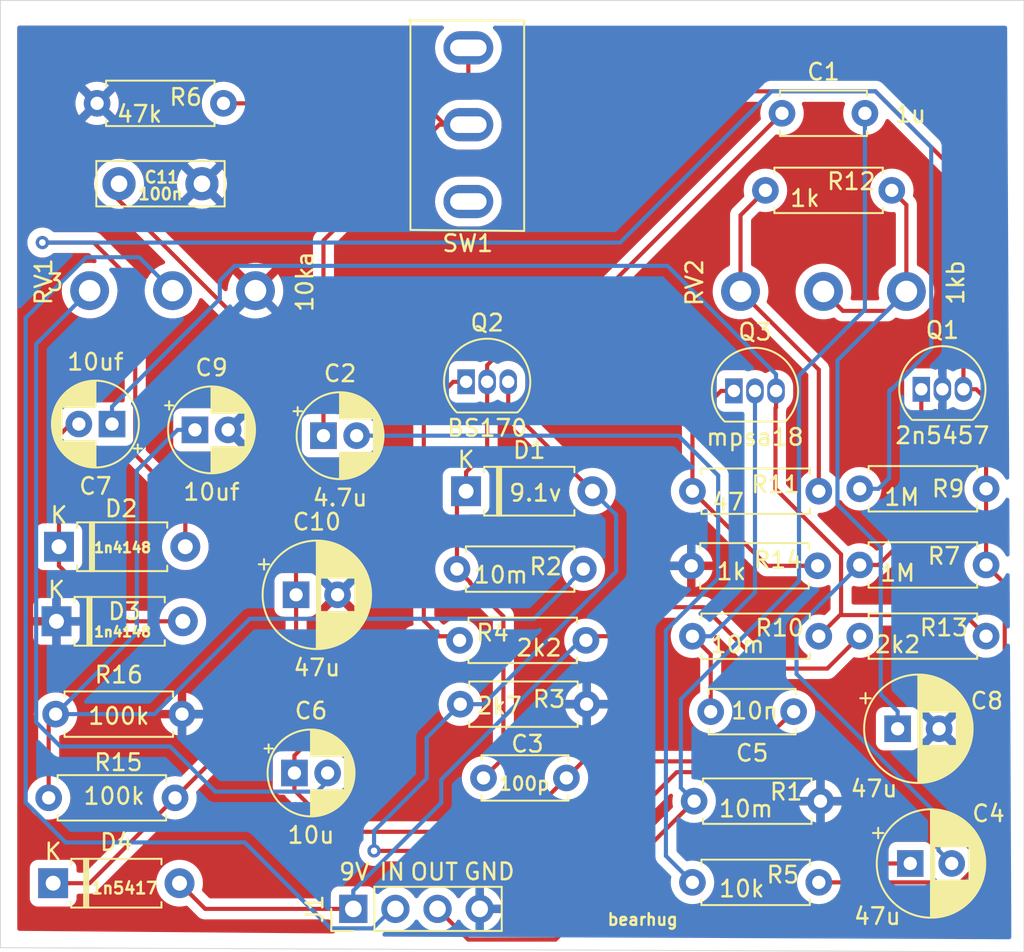
<source format=kicad_pcb>
(kicad_pcb (version 20221018) (generator pcbnew)
  (layers (0 "F.Cu" signal) (31 "B.Cu" signal) (34 "B.Paste" user) (35 "F.Paste" user) (36 "B.SilkS" user "B.Silkscreen") (37 "F.SilkS" user "F.Silkscreen") (38 "B.Mask" user) (39 "F.Mask" user) (44 "Edge.Cuts" user))
  (net 0 "")
  (net 1 "IN")
  (net 2 "Net-(D1-K)")
  (net 3 "Net-(C2-Pad2)")
  (net 4 "Net-(SW1-B)")
  (net 5 "Net-(Q2-D)")
  (net 6 "Net-(D1-A)")
  (net 7 "Net-(Q1-D)")
  (net 8 "Net-(C6-Pad2)")
  (net 9 "Net-(Q3-B)")
  (net 10 "Net-(Q3-C)")
  (net 11 "GND")
  (net 12 "Net-(C8-Pad1)")
  (net 13 "VB")
  (net 14 "9v")
  (net 15 "Net-(D2-K)")
  (net 16 "Net-(D4-K)")
  (net 17 "OUT")
  (net 18 "Net-(D2-A)")
  (net 19 "Net-(R11-Pad2)")
  (net 20 "Net-(Q1-G)")
  (net 21 "Net-(Q3-E)")
  (footprint "Capacitor_THT:C_Disc_D5.0mm_W2.5mm_P5.00mm" (layer "F.Cu") (at 156.35 47.45)
    (fp_text reference "C1" (at 2.5 -2.5) (layer "F.SilkS"))
    (fp_text value "1u" (at 7.75 0.05) (layer "F.SilkS"))
    (pad "1" thru_hole circle (at 0 0) (size 1.6 1.6) (drill 0.8) (layers "*.Cu" "*.Mask") (net 2 "Net-(D1-K)"))
    (pad "2" thru_hole circle (at 5 0) (size 1.6 1.6) (drill 0.8) (layers "*.Cu" "*.Mask") (net 1 "IN"))
  )
  (footprint "Capacitor_THT:CP_Radial_D5.0mm_P2.00mm" (layer "F.Cu") (at 128.7 66.9)
    (fp_text reference "C2" (at 1 -3.75) (layer "F.SilkS"))
    (fp_text value "4.7u" (at 1 3.75) (layer "F.SilkS"))
    (pad "1" thru_hole rect (at 0 0) (size 1.6 1.6) (drill 0.8) (layers "*.Cu" "*.Mask") (net 4 "Net-(SW1-B)"))
    (pad "2" thru_hole circle (at 2 0) (size 1.6 1.6) (drill 0.8) (layers "*.Cu" "*.Mask") (net 3 "Net-(C2-Pad2)"))
  )
  (footprint "Capacitor_THT:C_Disc_D5.0mm_W2.5mm_P5.00mm" (layer "F.Cu") (at 138.35 87.55)
    (fp_text reference "C3" (at 2.65 -2.05) (layer "F.SilkS"))
    (fp_text value "100p" (at 2.45 0.35) (layer "F.SilkS") (effects (font (size 0.8 0.8))))
    (pad "1" thru_hole circle (at 0 0) (size 1.6 1.6) (drill 0.8) (layers "*.Cu" "*.Mask") (net 2 "Net-(D1-K)"))
    (pad "2" thru_hole circle (at 5 0) (size 1.6 1.6) (drill 0.8) (layers "*.Cu" "*.Mask") (net 5 "Net-(Q2-D)"))
  )
  (footprint "Capacitor_THT:CP_Radial_D6.3mm_P2.50mm" (layer "F.Cu") (at 164.084 92.71)
    (fp_text reference "C4" (at 4.716 -3.01) (layer "F.SilkS"))
    (fp_text value "47u" (at -1.984 3.19) (layer "F.SilkS"))
    (pad "1" thru_hole rect (at 0 0) (size 1.6 1.6) (drill 0.8) (layers "*.Cu" "*.Mask") (net 6 "Net-(D1-A)"))
    (pad "2" thru_hole circle (at 2.5 0) (size 1.6 1.6) (drill 0.8) (layers "*.Cu" "*.Mask") (net 7 "Net-(Q1-D)"))
  )
  (footprint "Capacitor_THT:CP_Radial_D5.0mm_P2.00mm" (layer "F.Cu") (at 126.95 87.25)
    (fp_text reference "C6" (at 1 -3.75) (layer "F.SilkS"))
    (fp_text value "10u" (at 1 3.75) (layer "F.SilkS"))
    (pad "1" thru_hole rect (at 0 0) (size 1.6 1.6) (drill 0.8) (layers "*.Cu" "*.Mask") (net 5 "Net-(Q2-D)"))
    (pad "2" thru_hole circle (at 2 0) (size 1.6 1.6) (drill 0.8) (layers "*.Cu" "*.Mask") (net 8 "Net-(C6-Pad2)"))
  )
  (footprint "Capacitor_THT:CP_Radial_D5.0mm_P2.00mm" (layer "F.Cu") (at 115.95 66.2 180)
    (fp_text reference "C7" (at 1 -3.75 180) (layer "F.SilkS"))
    (fp_text value "10uf" (at 1 3.75 180) (layer "F.SilkS"))
    (pad "1" thru_hole rect (at 0 0 180) (size 1.6 1.6) (drill 0.8) (layers "*.Cu" "*.Mask") (net 10 "Net-(Q3-C)"))
    (pad "2" thru_hole circle (at 2 0 180) (size 1.6 1.6) (drill 0.8) (layers "*.Cu" "*.Mask") (net 15 "Net-(D2-K)"))
  )
  (footprint "Capacitor_THT:CP_Radial_D6.3mm_P2.50mm" (layer "F.Cu") (at 163.322 84.582)
    (fp_text reference "C8" (at 5.378 -1.682) (layer "F.SilkS"))
    (fp_text value "47u" (at -1.422 3.618) (layer "F.SilkS"))
    (pad "1" thru_hole rect (at 0 0) (size 1.6 1.6) (drill 0.8) (layers "*.Cu" "*.Mask") (net 12 "Net-(C8-Pad1)"))
    (pad "2" thru_hole circle (at 2.5 0) (size 1.6 1.6) (drill 0.8) (layers "*.Cu" "*.Mask") (net 11 "GND"))
  )
  (footprint "Capacitor_THT:CP_Radial_D5.0mm_P2.00mm" (layer "F.Cu") (at 120.95 66.55)
    (fp_text reference "C9" (at 1 -3.75) (layer "F.SilkS"))
    (fp_text value "10uf" (at 1 3.75) (layer "F.SilkS"))
    (pad "1" thru_hole rect (at 0 0) (size 1.6 1.6) (drill 0.8) (layers "*.Cu" "*.Mask") (net 13 "VB"))
    (pad "2" thru_hole circle (at 2 0) (size 1.6 1.6) (drill 0.8) (layers "*.Cu" "*.Mask") (net 11 "GND"))
  )
  (footprint "Capacitor_THT:CP_Radial_D6.3mm_P2.50mm" (layer "F.Cu") (at 127.05 76.5)
    (fp_text reference "C10" (at 1.25 -4.4) (layer "F.SilkS"))
    (fp_text value "47u" (at 1.25 4.4) (layer "F.SilkS"))
    (pad "1" thru_hole rect (at 0 0) (size 1.6 1.6) (drill 0.8) (layers "*.Cu" "*.Mask") (net 16 "Net-(D4-K)"))
    (pad "2" thru_hole circle (at 2.5 0) (size 1.6 1.6) (drill 0.8) (layers "*.Cu" "*.Mask") (net 11 "GND"))
  )
  (footprint "Capacitor_THT:C_Disc_D7.5mm_W2.5mm_P5.00mm" (layer "F.Cu") (at 116.372 51.7)
    (fp_text reference "C11" (at 2.572 -0.392) (layer "F.SilkS") (effects (font (size 0.7 0.7))))
    (fp_text value "100n" (at 2.5 0.624) (layer "F.SilkS") (effects (font (size 0.7 0.7))))
    (pad "1" thru_hole circle (at 0 0) (size 2 2) (drill 1) (layers "*.Cu" "*.Mask") (net 16 "Net-(D4-K)"))
    (pad "2" thru_hole circle (at 5 0) (size 2 2) (drill 1) (layers "*.Cu" "*.Mask") (net 11 "GND"))
  )
  (footprint "Diode_THT:D_A-405_P7.62mm_Horizontal" (layer "F.Cu") (at 137.3 70.25)
    (fp_text reference "D1" (at 3.81 -2.47) (layer "F.SilkS"))
    (fp_text value "9.1v" (at 4.178 0.108) (layer "F.SilkS"))
    (fp_text user "K" (at 0 -1.9) (layer "F.SilkS"))
    (pad "1" thru_hole rect (at 0 0) (size 1.8 1.8) (drill 0.9) (layers "*.Cu" "*.Mask") (net 2 "Net-(D1-K)"))
    (pad "2" thru_hole oval (at 7.62 0) (size 1.8 1.8) (drill 0.9) (layers "*.Cu" "*.Mask") (net 6 "Net-(D1-A)"))
  )
  (footprint "Diode_THT:D_A-405_P7.62mm_Horizontal" (layer "F.Cu") (at 112.75 73.6)
    (fp_text reference "D2" (at 3.75 -2.3) (layer "F.SilkS"))
    (fp_text value "1n4148" (at 3.836 0.06) (layer "F.SilkS") (effects (font (size 0.6 0.6))))
    (fp_text user "K" (at 0 -1.9) (layer "F.SilkS"))
    (pad "1" thru_hole rect (at 0 0) (size 1.8 1.8) (drill 0.9) (layers "*.Cu" "*.Mask") (net 15 "Net-(D2-K)"))
    (pad "2" thru_hole oval (at 7.62 0) (size 1.8 1.8) (drill 0.9) (layers "*.Cu" "*.Mask") (net 18 "Net-(D2-A)"))
  )
  (footprint "Diode_THT:D_A-405_P7.62mm_Horizontal" (layer "F.Cu") (at 112.6 78.1)
    (fp_text reference "D3" (at 4.1 -0.6) (layer "F.SilkS"))
    (fp_text value "1n4148" (at 3.986 0.64) (layer "F.SilkS") (effects (font (size 0.6 0.6))))
    (fp_text user "K" (at 0 -1.9) (layer "F.SilkS"))
    (pad "1" thru_hole rect (at 0 0) (size 1.8 1.8) (drill 0.9) (layers "*.Cu" "*.Mask") (net 11 "GND"))
    (pad "2" thru_hole oval (at 7.62 0) (size 1.8 1.8) (drill 0.9) (layers "*.Cu" "*.Mask") (net 15 "Net-(D2-K)"))
  )
  (footprint "Diode_THT:D_A-405_P7.62mm_Horizontal" (layer "F.Cu") (at 112.4 93.9)
    (fp_text reference "D4" (at 3.81 -2.47) (layer "F.SilkS"))
    (fp_text value "1n5417" (at 4.3 0.3) (layer "F.SilkS") (effects (font (size 0.7 0.7))))
    (fp_text user "K" (at 0 -1.9) (layer "F.SilkS"))
    (pad "1" thru_hole rect (at 0 0) (size 1.8 1.8) (drill 0.9) (layers "*.Cu" "*.Mask") (net 16 "Net-(D4-K)"))
    (pad "2" thru_hole oval (at 7.62 0) (size 1.8 1.8) (drill 0.9) (layers "*.Cu" "*.Mask") (net 14 "9v"))
  )
  (footprint "Connector_PinHeader_2.54mm:PinHeader_1x04_P2.54mm_Vertical" (layer "F.Cu") (at 130.5 95.45 90)
    (fp_text reference "J1" (at 0 -2.33 90) (layer "F.SilkS"))
    (fp_text value "Conn_01x05" hide)
    (pad "1" thru_hole rect (at 0 0 90) (size 1.7 1.7) (drill 1) (layers "*.Cu" "*.Mask") (net 14 "9v"))
    (pad "2" thru_hole oval (at 0 2.54 90) (size 1.7 1.7) (drill 1) (layers "*.Cu" "*.Mask") (net 17 "OUT"))
    (pad "3" thru_hole oval (at 0 5.08 90) (size 1.7 1.7) (drill 1) (layers "*.Cu" "*.Mask") (net 1 "IN"))
    (pad "4" thru_hole oval (at 0 7.62 90) (size 1.7 1.7) (drill 1) (layers "*.Cu" "*.Mask") (net 11 "GND"))
  )
  (footprint "Package_TO_SOT_THT:TO-92_Inline" (layer "F.Cu") (at 164.75 64.1)
    (fp_text reference "Q1" (at 1.27 -3.56) (layer "F.SilkS"))
    (fp_text value "2n5457" (at 1.27 2.79) (layer "F.SilkS"))
    (pad "1" thru_hole rect (at 0 0) (size 1.05 1.5) (drill 0.75) (layers "*.Cu" "*.Mask") (net 7 "Net-(Q1-D)"))
    (pad "2" thru_hole oval (at 1.27 0) (size 1.05 1.5) (drill 0.75) (layers "*.Cu" "*.Mask") (net 11 "GND"))
    (pad "3" thru_hole oval (at 2.54 0) (size 1.05 1.5) (drill 0.75) (layers "*.Cu" "*.Mask") (net 20 "Net-(Q1-G)"))
  )
  (footprint "Package_TO_SOT_THT:TO-92_Inline" (layer "F.Cu") (at 137.3 63.65)
    (fp_text reference "Q2" (at 1.27 -3.56) (layer "F.SilkS"))
    (fp_text value "BS170" (at 1.27 2.79) (layer "F.SilkS"))
    (pad "1" thru_hole rect (at 0 0) (size 1.05 1.5) (drill 0.75) (layers "*.Cu" "*.Mask") (net 5 "Net-(Q2-D)"))
    (pad "2" thru_hole oval (at 1.27 0) (size 1.05 1.5) (drill 0.75) (layers "*.Cu" "*.Mask") (net 2 "Net-(D1-K)"))
    (pad "3" thru_hole oval (at 2.54 0) (size 1.05 1.5) (drill 0.75) (layers "*.Cu" "*.Mask") (net 6 "Net-(D1-A)"))
  )
  (footprint "Package_TO_SOT_THT:TO-92_Inline" (layer "F.Cu") (at 153.45 64.2)
    (fp_text reference "Q3" (at 1.27 -3.56) (layer "F.SilkS"))
    (fp_text value "mpsa18" (at 1.27 2.79) (layer "F.SilkS"))
    (pad "1" thru_hole rect (at 0 0) (size 1.05 1.5) (drill 0.75) (layers "*.Cu" "*.Mask") (net 21 "Net-(Q3-E)"))
    (pad "2" thru_hole oval (at 1.27 0) (size 1.05 1.5) (drill 0.75) (layers "*.Cu" "*.Mask") (net 9 "Net-(Q3-B)"))
    (pad "3" thru_hole oval (at 2.54 0) (size 1.05 1.5) (drill 0.75) (layers "*.Cu" "*.Mask") (net 10 "Net-(Q3-C)"))
  )
  (footprint "Resistor_THT:R_Axial_DIN0207_L6.3mm_D2.5mm_P7.62mm_Horizontal" (layer "F.Cu") (at 136.75 74.95)
    (fp_text reference "R2" (at 5.35 -0.15) (layer "F.SilkS"))
    (fp_text value "10m" (at 2.65 0.35) (layer "F.SilkS"))
    (pad "1" thru_hole circle (at 0 0) (size 1.6 1.6) (drill 0.8) (layers "*.Cu" "*.Mask") (net 2 "Net-(D1-K)"))
    (pad "2" thru_hole oval (at 7.62 0) (size 1.6 1.6) (drill 0.8) (layers "*.Cu" "*.Mask") (net 13 "VB"))
  )
  (footprint "Resistor_THT:R_Axial_DIN0207_L6.3mm_D2.5mm_P7.62mm_Horizontal" (layer "F.Cu") (at 136.95 83.1)
    (fp_text reference "R3" (at 5.35 -0.3) (layer "F.SilkS"))
    (fp_text value "2k7" (at 2.35 0.1) (layer "F.SilkS"))
    (pad "1" thru_hole circle (at 0 0) (size 1.6 1.6) (drill 0.8) (layers "*.Cu" "*.Mask") (net 6 "Net-(D1-A)"))
    (pad "2" thru_hole oval (at 7.62 0) (size 1.6 1.6) (drill 0.8) (layers "*.Cu" "*.Mask") (net 11 "GND"))
  )
  (footprint "Resistor_THT:R_Axial_DIN0207_L6.3mm_D2.5mm_P7.62mm_Horizontal" (layer "F.Cu") (at 144.526 79.248 180)
    (fp_text reference "R4" (at 5.626 0.448) (layer "F.SilkS"))
    (fp_text value "2k2" (at 2.826 -0.452) (layer "F.SilkS"))
    (pad "1" thru_hole circle (at 0 0 180) (size 1.6 1.6) (drill 0.8) (layers "*.Cu" "*.Mask") (net 14 "9v"))
    (pad "2" thru_hole oval (at 7.62 0 180) (size 1.6 1.6) (drill 0.8) (layers "*.Cu" "*.Mask") (net 5 "Net-(Q2-D)"))
  )
  (footprint "Resistor_THT:R_Axial_DIN0207_L6.3mm_D2.5mm_P7.62mm_Horizontal" (layer "F.Cu") (at 150.95 93.85)
    (fp_text reference "R5" (at 5.45 -0.45) (layer "F.SilkS"))
    (fp_text value "10k" (at 2.974 0.384) (layer "F.SilkS"))
    (pad "1" thru_hole circle (at 0 0) (size 1.6 1.6) (drill 0.8) (layers "*.Cu" "*.Mask") (net 3 "Net-(C2-Pad2)"))
    (pad "2" thru_hole oval (at 7.62 0) (size 1.6 1.6) (drill 0.8) (layers "*.Cu" "*.Mask") (net 20 "Net-(Q1-G)"))
  )
  (footprint "Resistor_THT:R_Axial_DIN0207_L6.3mm_D2.5mm_P7.62mm_Horizontal" (layer "F.Cu") (at 115.05 46.85)
    (fp_text reference "R6" (at 5.346 -0.368) (layer "F.SilkS"))
    (fp_text value "47k" (at 2.552 0.648) (layer "F.SilkS"))
    (pad "1" thru_hole circle (at 0 0) (size 1.6 1.6) (drill 0.8) (layers "*.Cu" "*.Mask") (net 11 "GND"))
    (pad "2" thru_hole oval (at 7.62 0) (size 1.6 1.6) (drill 0.8) (layers "*.Cu" "*.Mask") (net 4 "Net-(SW1-B)"))
  )
  (footprint "Resistor_THT:R_Axial_DIN0207_L6.3mm_D2.5mm_P7.62mm_Horizontal" (layer "F.Cu") (at 161.036 74.7)
    (fp_text reference "R7" (at 5.08 -0.532) (layer "F.SilkS"))
    (fp_text value "1M" (at 2.286 0.484) (layer "F.SilkS"))
    (pad "1" thru_hole circle (at 0 0) (size 1.6 1.6) (drill 0.8) (layers "*.Cu" "*.Mask") (net 7 "Net-(Q1-D)"))
    (pad "2" thru_hole oval (at 7.62 0) (size 1.6 1.6) (drill 0.8) (layers "*.Cu" "*.Mask") (net 20 "Net-(Q1-G)"))
  )
  (footprint "Resistor_THT:R_Axial_DIN0207_L6.3mm_D2.5mm_P7.62mm_Horizontal" (layer "F.Cu") (at 168.656 70.104 180)
    (fp_text reference "R9" (at 2.286 0) (layer "F.SilkS"))
    (fp_text value "1M" (at 5.08 -0.508) (layer "F.SilkS"))
    (pad "1" thru_hole circle (at 0 0 180) (size 1.6 1.6) (drill 0.8) (layers "*.Cu" "*.Mask") (net 20 "Net-(Q1-G)"))
    (pad "2" thru_hole oval (at 7.62 0 180) (size 1.6 1.6) (drill 0.8) (layers "*.Cu" "*.Mask") (net 18 "Net-(D2-A)"))
  )
  (footprint "Resistor_THT:R_Axial_DIN0207_L6.3mm_D2.5mm_P7.62mm_Horizontal" (layer "F.Cu") (at 150.95 79)
    (fp_text reference "R10" (at 5.25 -0.5) (layer "F.SilkS"))
    (fp_text value "10m" (at 2.72 0.502) (layer "F.SilkS"))
    (pad "1" thru_hole circle (at 0 0) (size 1.6 1.6) (drill 0.8) (layers "*.Cu" "*.Mask") (net 9 "Net-(Q3-B)"))
    (pad "2" thru_hole oval (at 7.62 0) (size 1.6 1.6) (drill 0.8) (layers "*.Cu" "*.Mask") (net 10 "Net-(Q3-C)"))
  )
  (footprint "Resistor_THT:R_Axial_DIN0207_L6.3mm_D2.5mm_P7.62mm_Horizontal" (layer "F.Cu") (at 150.95 70.25)
    (fp_text reference "R11" (at 5.006 -0.4) (layer "F.SilkS"))
    (fp_text value "47" (at 2.15 0.65) (layer "F.SilkS"))
    (pad "1" thru_hole circle (at 0 0) (size 1.6 1.6) (drill 0.8) (layers "*.Cu" "*.Mask") (net 21 "Net-(Q3-E)"))
    (pad "2" thru_hole oval (at 7.62 0) (size 1.6 1.6) (drill 0.8) (layers "*.Cu" "*.Mask") (net 19 "Net-(R11-Pad2)"))
  )
  (footprint "Resistor_THT:R_Axial_DIN0207_L6.3mm_D2.5mm_P7.62mm_Horizontal" (layer "F.Cu") (at 155.35 52.1)
    (fp_text reference "R12" (at 5.178 -0.538) (layer "F.SilkS"))
    (fp_text value "1k" (at 2.384 0.478) (layer "F.SilkS"))
    (pad "1" thru_hole circle (at 0 0) (size 1.6 1.6) (drill 0.8) (layers "*.Cu" "*.Mask") (net 19 "Net-(R11-Pad2)"))
    (pad "2" thru_hole oval (at 7.62 0) (size 1.6 1.6) (drill 0.8) (layers "*.Cu" "*.Mask") (net 12 "Net-(C8-Pad1)"))
  )
  (footprint "Resistor_THT:R_Axial_DIN0207_L6.3mm_D2.5mm_P7.62mm_Horizontal" (layer "F.Cu") (at 161.036 78.994)
    (fp_text reference "R13" (at 5.08 -0.508) (layer "F.SilkS"))
    (fp_text value "2k2" (at 2.286 0.508) (layer "F.SilkS"))
    (pad "1" thru_hole circle (at 0 0) (size 1.6 1.6) (drill 0.8) (layers "*.Cu" "*.Mask") (net 14 "9v"))
    (pad "2" thru_hole oval (at 7.62 0) (size 1.6 1.6) (drill 0.8) (layers "*.Cu" "*.Mask") (net 10 "Net-(Q3-C)"))
  )
  (footprint "Resistor_THT:R_Axial_DIN0207_L6.3mm_D2.5mm_P7.62mm_Horizontal" (layer "F.Cu") (at 119.75 88.75 180)
    (fp_text reference "R15" (at 3.418 2.136) (layer "F.SilkS"))
    (fp_text value "100k" (at 3.672 0.104) (layer "F.SilkS"))
    (pad "1" thru_hole circle (at 0 0 180) (size 1.6 1.6) (drill 0.8) (layers "*.Cu" "*.Mask") (net 16 "Net-(D4-K)"))
    (pad "2" thru_hole oval (at 7.62 0 180) (size 1.6 1.6) (drill 0.8) (layers "*.Cu" "*.Mask") (net 13 "VB"))
  )
  (footprint "Resistor_THT:R_Axial_DIN0207_L6.3mm_D2.5mm_P7.62mm_Horizontal" (layer "F.Cu") (at 112.55 83.7)
    (fp_text reference "R16" (at 3.81 -2.37) (layer "F.SilkS"))
    (fp_text value "100k" (at 3.81 0.12) (layer "F.SilkS"))
    (pad "1" thru_hole circle (at 0 0) (size 1.6 1.6) (drill 0.8) (layers "*.Cu" "*.Mask") (net 13 "VB"))
    (pad "2" thru_hole oval (at 7.62 0) (size 1.6 1.6) (drill 0.8) (layers "*.Cu" "*.Mask") (net 11 "GND"))
  )
  (footprint "pedals:Pot_Underside" (layer "F.Cu") (at 124.6 58.15 90)
    (fp_text reference "RV1" (at 0.538 -12.774 90) (layer "F.SilkS"))
    (fp_text value "10ka" (at 0.538 2.974 270) (layer "F.SilkS"))
    (pad "1" thru_hole circle (at 0 0 90) (size 2.34 2.34) (drill 1.3) (layers "*.Cu" "*.Mask") (net 11 "GND"))
    (pad "2" thru_hole circle (at 0 -5 90) (size 2.34 2.34) (drill 1.3) (layers "*.Cu" "*.Mask") (net 17 "OUT"))
    (pad "3" thru_hole circle (at 0 -10 90) (size 2.34 2.34) (drill 1.3) (layers "*.Cu" "*.Mask") (net 8 "Net-(C6-Pad2)"))
  )
  (footprint "pedals:Pot_Underside" (layer "F.Cu") (at 163.85 58.2 90)
    (fp_text reference "RV2" (at 0.538 -12.774 90) (layer "F.SilkS"))
    (fp_text value "1kb" (at 0.538 2.974 270) (layer "F.SilkS"))
    (pad "1" thru_hole circle (at 0 0 90) (size 2.34 2.34) (drill 1.3) (layers "*.Cu" "*.Mask") (net 12 "Net-(C8-Pad1)"))
    (pad "2" thru_hole circle (at 0 -5 90) (size 2.34 2.34) (drill 1.3) (layers "*.Cu" "*.Mask") (net 12 "Net-(C8-Pad1)"))
    (pad "3" thru_hole circle (at 0 -10 90) (size 2.34 2.34) (drill 1.3) (layers "*.Cu" "*.Mask") (net 19 "Net-(R11-Pad2)"))
  )
  (footprint "pedals:SWITCH-M1-SPDT" (layer "F.Cu") (at 137.5 54.55)
    (fp_text reference "SW1" (at -0.1 0.75) (layer "F.SilkS"))
    (fp_text value "SW_SPST" hide)
    (pad "1" thru_hole oval (at -0.0635 -11.049) (size 3 2) (drill oval 2.2 1) (layers "*.Cu" "*.Mask") (net 20 "Net-(Q1-G)"))
    (pad "2" thru_hole oval (at -0.0635 -6.4135) (size 3 2) (drill oval 2.2 1) (layers "*.Cu" "*.Mask") (net 4 "Net-(SW1-B)"))
    (pad "3" thru_hole oval (at -0.0635 -1.778) (size 3 2) (drill oval 2.2 1) (layers "*.Cu" "*.Mask"))
  )
  (footprint "Resistor_THT:R_Axial_DIN0207_L6.3mm_D2.5mm_P7.62mm_Horizontal" (layer "F.Cu") (at 151.05 88.95)
    (fp_text reference "R1" (at 5.55 -0.558) (layer "F.SilkS"))
    (fp_text value "10m" (at 3.128 0.458) (layer "F.SilkS"))
    (pad "1" thru_hole circle (at 0 0) (size 1.6 1.6) (drill 0.8) (layers "*.Cu" "*.Mask") (net 1 "IN"))
    (pad "2" thru_hole oval (at 7.62 0) (size 1.6 1.6) (drill 0.8) (layers "*.Cu" "*.Mask") (net 11 "GND"))
  )
  (footprint "Resistor_THT:R_Axial_DIN0207_L6.3mm_D2.5mm_P7.62mm_Horizontal" (layer "F.Cu") (at 158.5 74.75 180)
    (fp_text reference "R14" (at 2.4 0.35) (layer "F.SilkS"))
    (fp_text value "1k" (at 5.2 -0.35) (layer "F.SilkS"))
    (pad "1" thru_hole circle (at 0 0 180) (size 1.6 1.6) (drill 0.8) (layers "*.Cu" "*.Mask") (net 21 "Net-(Q3-E)"))
    (pad "2" thru_hole oval (at 7.62 0 180) (size 1.6 1.6) (drill 0.8) (layers "*.Cu" "*.Mask") (net 11 "GND"))
  )
  (footprint "Capacitor_THT:C_Disc_D5.0mm_W2.5mm_P5.00mm" (layer "F.Cu") (at 157.05 83.55 180)
    (fp_text reference "C5" (at 2.5 -2.5 180) (layer "F.SilkS"))
    (fp_text value "10n" (at 2.35 0.05 180) (layer "F.SilkS"))
    (pad "1" thru_hole circle (at 0 0 180) (size 1.6 1.6) (drill 0.8) (layers "*.Cu" "*.Mask") (net 5 "Net-(Q2-D)"))
    (pad "2" thru_hole circle (at 5 0 180) (size 1.6 1.6) (drill 0.8) (layers "*.Cu" "*.Mask") (net 9 "Net-(Q3-B)"))
  )
  (gr_line (start 170.942 40.64) (end 170.942 98.044) (stroke (width 0.05)) (layer "Edge.Cuts"))
  (gr_line (start 109.22 40.64) (end 170.942 40.64) (stroke (width 0.05)) (layer "Edge.Cuts"))
  (gr_line (start 109.22 97.79) (end 109.22 40.64) (stroke (width 0.05)) (layer "Edge.Cuts"))
  (gr_line (start 170.942 98.044) (end 109.22 97.79) (stroke (width 0.05)) (layer "Edge.Cuts"))
  (gr_text "OUT" (at 135.382 93.218) (layer "F.SilkS") (effects (font (size 1 1))))
  (gr_text "bearhug\n" (at 145.75 96.5) (layer "F.SilkS") (effects (font (size 0.7 0.7)) (justify left bottom)))
  (gr_text "9V" (at 130.556 93.218) (layer "F.SilkS") (effects (font (size 1 1))))
  (gr_text "GND" (at 138.7 93.2) (layer "F.SilkS") (effects (font (size 1 1))))
  (gr_text "3" (at 112.522 57.658) (layer "F.SilkS") (effects (font (size 1 1))))
  (gr_text "IN" (at 132.842 93.218) (layer "F.SilkS") (effects (font (size 1 1))))
  (segment (start 135.58 95.45) (end 137.43 97.3) (width 0.25) (layer "F.Cu") (net 1))
  (segment (start 142.7 97.3) (end 151.05 88.95) (width 0.25) (layer "F.Cu") (net 1))
  (segment (start 137.43 97.3) (end 142.7 97.3) (width 0.25) (layer "F.Cu") (net 1))
  (segment (start 157.374999 63.275001) (end 161.35 59.3) (width 0.25) (layer "B.Cu") (net 1))
  (segment (start 157.374999 75.675001) (end 157.374999 63.275001) (width 0.25) (layer "B.Cu") (net 1))
  (segment (start 151.05 88.95) (end 150.250001 88.150001) (width 0.25) (layer "B.Cu") (net 1))
  (segment (start 161.35 59.3) (end 161.35 47.45) (width 0.25) (layer "B.Cu") (net 1))
  (segment (start 150.250001 82.799999) (end 157.374999 75.675001) (width 0.25) (layer "B.Cu") (net 1))
  (segment (start 150.250001 88.150001) (end 150.250001 82.799999) (width 0.25) (layer "B.Cu") (net 1))
  (segment (start 145.75 58.05) (end 156.35 47.45) (width 0.25) (layer "F.Cu") (net 2))
  (segment (start 138.57 63.65) (end 138.57 62.65) (width 0.25) (layer "F.Cu") (net 2))
  (segment (start 136.75 70.8) (end 137.3 70.25) (width 0.25) (layer "F.Cu") (net 2))
  (segment (start 139.55 77.8) (end 139.55 86.35) (width 0.25) (layer "F.Cu") (net 2))
  (segment (start 138.57 67.83) (end 138.57 63.65) (width 0.25) (layer "F.Cu") (net 2))
  (segment (start 143.17 58.05) (end 145.75 58.05) (width 0.25) (layer "F.Cu") (net 2))
  (segment (start 137.549999 75.749999) (end 136.75 74.95) (width 0.25) (layer "F.Cu") (net 2))
  (segment (start 138.57 62.65) (end 143.17 58.05) (width 0.25) (layer "F.Cu") (net 2))
  (segment (start 139.55 86.35) (end 138.35 87.55) (width 0.25) (layer "F.Cu") (net 2))
  (segment (start 137.3 69.1) (end 138.57 67.83) (width 0.25) (layer "F.Cu") (net 2))
  (segment (start 137.549999 75.749999) (end 137.549999 75.799999) (width 0.25) (layer "F.Cu") (net 2))
  (segment (start 137.549999 75.799999) (end 139.55 77.8) (width 0.25) (layer "F.Cu") (net 2))
  (segment (start 137.3 70.25) (end 137.3 69.1) (width 0.25) (layer "F.Cu") (net 2))
  (segment (start 136.75 74.95) (end 136.75 70.8) (width 0.25) (layer "F.Cu") (net 2))
  (segment (start 152.5 69.3) (end 150.1 66.9) (width 0.25) (layer "B.Cu") (net 3))
  (segment (start 150.1 66.9) (end 131.2 66.9) (width 0.25) (layer "B.Cu") (net 3))
  (segment (start 150.95 93.85) (end 149.35 92.25) (width 0.25) (layer "B.Cu") (net 3))
  (segment (start 149.35 92.25) (end 149.35 78.65) (width 0.25) (layer "B.Cu") (net 3))
  (segment (start 152.5 75.5) (end 152.5 69.3) (width 0.25) (layer "B.Cu") (net 3))
  (segment (start 149.35 78.65) (end 152.5 75.5) (width 0.25) (layer "B.Cu") (net 3))
  (segment (start 134.727 46.85) (end 136.0135 48.1365) (width 0.25) (layer "F.Cu") (net 4))
  (segment (start 128.7 55.123) (end 135.6865 48.1365) (width 0.25) (layer "F.Cu") (net 4))
  (segment (start 135.6865 48.1365) (end 136.0135 48.1365) (width 0.25) (layer "F.Cu") (net 4))
  (segment (start 122.67 46.85) (end 134.727 46.85) (width 0.25) (layer "F.Cu") (net 4))
  (segment (start 136.0135 48.1365) (end 137.4365 48.1365) (width 0.25) (layer "F.Cu") (net 4))
  (segment (start 128.7 66.9) (end 128.7 55.123) (width 0.25) (layer "F.Cu") (net 4))
  (segment (start 135.69863 79) (end 134.75 78.05137) (width 0.25) (layer "F.Cu") (net 5))
  (segment (start 129.45 90.8) (end 140.1 90.8) (width 0.25) (layer "F.Cu") (net 5))
  (segment (start 126.95 86.2) (end 126.95 87.25) (width 0.25) (layer "F.Cu") (net 5))
  (segment (start 144.349999 86.550001) (end 153.949999 86.550001) (width 0.25) (layer "F.Cu") (net 5))
  (segment (start 143.35 87.55) (end 144.349999 86.550001) (width 0.25) (layer "F.Cu") (net 5))
  (segment (start 134.75 65.425) (end 136.525 63.65) (width 0.25) (layer "F.Cu") (net 5))
  (segment (start 140.1 90.8) (end 143.35 87.55) (width 0.25) (layer "F.Cu") (net 5))
  (segment (start 134.15 79) (end 126.95 86.2) (width 0.25) (layer "F.Cu") (net 5))
  (segment (start 126.95 88.3) (end 126.95 87.25) (width 0.25) (layer "F.Cu") (net 5))
  (segment (start 155 85.5) (end 157.05 83.55) (width 0.25) (layer "F.Cu") (net 5))
  (segment (start 136.83 79) (end 135.69863 79) (width 0.25) (layer "F.Cu") (net 5))
  (segment (start 153.949999 86.550001) (end 155 85.5) (width 0.25) (layer "F.Cu") (net 5))
  (segment (start 136.525 63.65) (end 137.3 63.65) (width 0.25) (layer "F.Cu") (net 5))
  (segment (start 134.75 78.05137) (end 134.75 65.425) (width 0.25) (layer "F.Cu") (net 5))
  (segment (start 136.83 79) (end 134.15 79) (width 0.25) (layer "F.Cu") (net 5))
  (segment (start 126.95 88.3) (end 129.45 90.8) (width 0.25) (layer "F.Cu") (net 5))
  (segment (start 150 87.2) (end 154.51 87.2) (width 0.25) (layer "F.Cu") (net 6))
  (segment (start 145.25 91.95) (end 131.75 91.95) (width 0.25) (layer "F.Cu") (net 6))
  (segment (start 150 87.2) (end 145.25 91.95) (width 0.25) (layer "F.Cu") (net 6))
  (segment (start 160.02 92.71) (end 164.084 92.71) (width 0.25) (layer "F.Cu") (net 6))
  (segment (start 154.51 87.2) (end 160.02 92.71) (width 0.25) (layer "F.Cu") (net 6))
  (segment (start 144.92 70.25) (end 139.84 65.17) (width 0.25) (layer "F.Cu") (net 6))
  (segment (start 139.84 65.17) (end 139.84 63.65) (width 0.25) (layer "F.Cu") (net 6))
  (via (at 131.75 91.95) (size 0.8) (drill 0.4) (layers "F.Cu" "B.Cu") (net 6))
  (segment (start 134.925 85.125) (end 136.95 83.1) (width 0.25) (layer "B.Cu") (net 6))
  (segment (start 134.925 87.575) (end 134.925 85.125) (width 0.25) (layer "B.Cu") (net 6))
  (segment (start 144.92 70.25) (end 146.35 71.68) (width 0.25) (layer "B.Cu") (net 6))
  (segment (start 131.75 90.75) (end 134.925 87.575) (width 0.25) (layer "B.Cu") (net 6))
  (segment (start 138.35 83.1) (end 146.35 75.1) (width 0.25) (layer "B.Cu") (net 6))
  (segment (start 131.75 91.95) (end 131.75 90.75) (width 0.25) (layer "B.Cu") (net 6))
  (segment (start 146.35 75.1) (end 146.35 71.68) (width 0.25) (layer "B.Cu") (net 6))
  (segment (start 136.95 83.1) (end 138.35 83.1) (width 0.25) (layer "B.Cu") (net 6))
  (segment (start 161.036 74.7) (end 162.16737 74.7) (width 0.25) (layer "F.Cu") (net 7))
  (segment (start 164.75 72.11737) (end 164.75 64.1) (width 0.25) (layer "F.Cu") (net 7))
  (segment (start 162.16737 74.7) (end 164.75 72.11737) (width 0.25) (layer "F.Cu") (net 7))
  (segment (start 165.784001 89.838001) (end 157.226 81.28) (width 0.25) (layer "B.Cu") (net 7))
  (segment (start 166.584 92.71) (end 165.784001 91.910001) (width 0.25) (layer "B.Cu") (net 7))
  (segment (start 157.226 81.28) (end 157.226 78.51) (width 0.25) (layer "B.Cu") (net 7))
  (segment (start 157.226 78.51) (end 161.036 74.7) (width 0.25) (layer "B.Cu") (net 7))
  (segment (start 165.784001 91.910001) (end 165.784001 89.838001) (width 0.25) (layer "B.Cu") (net 7))
  (segment (start 119.45 85.65) (end 112.834998 85.65) (width 0.25) (layer "B.Cu") (net 8))
  (segment (start 128.324999 88.375001) (end 122.175001 88.375001) (width 0.25) (layer "B.Cu") (net 8))
  (segment (start 111.374999 61.375001) (end 114.6 58.15) (width 0.25) (layer "B.Cu") (net 8))
  (segment (start 129.45 87.25) (end 128.324999 88.375001) (width 0.25) (layer "B.Cu") (net 8))
  (segment (start 112.834998 85.65) (end 111.374999 84.190001) (width 0.25) (layer "B.Cu") (net 8))
  (segment (start 111.374999 84.190001) (end 111.374999 61.375001) (width 0.25) (layer "B.Cu") (net 8))
  (segment (start 122.175001 88.375001) (end 119.45 85.65) (width 0.25) (layer "B.Cu") (net 8))
  (segment (start 152.05 80.1) (end 150.95 79) (width 0.25) (layer "F.Cu") (net 9))
  (segment (start 152.05 83.55) (end 152.05 80.1) (width 0.25) (layer "F.Cu") (net 9))
  (segment (start 154.72 76.36137) (end 154.72 64.2) (width 0.25) (layer "B.Cu") (net 9))
  (segment (start 150.95 79) (end 152.08137 79) (width 0.25) (layer "B.Cu") (net 9))
  (segment (start 152.08137 79) (end 154.72 76.36137) (width 0.25) (layer "B.Cu") (net 9))
  (segment (start 159.910999 77.659001) (end 159.910999 74.058999) (width 0.25) (layer "F.Cu") (net 10))
  (segment (start 167.386 77.724) (end 159.975998 77.724) (width 0.25) (layer "F.Cu") (net 10))
  (segment (start 155.99 65.2) (end 155.956 65.234) (width 0.25) (layer "F.Cu") (net 10))
  (segment (start 158.57 79) (end 159.910999 77.659001) (width 0.25) (layer "F.Cu") (net 10))
  (segment (start 155.99 64.2) (end 155.99 65.2) (width 0.25) (layer "F.Cu") (net 10))
  (segment (start 155.956 65.234) (end 155.956 70.104) (width 0.25) (layer "F.Cu") (net 10))
  (segment (start 159.975998 77.724) (end 159.910999 77.659001) (width 0.25) (layer "F.Cu") (net 10))
  (segment (start 168.656 78.994) (end 167.386 77.724) (width 0.25) (layer "F.Cu") (net 10))
  (segment (start 155.956 70.104) (end 159.910999 74.058999) (width 0.25) (layer "F.Cu") (net 10))
  (segment (start 155.99 63.2) (end 155.99 64.2) (width 0.25) (layer "B.Cu") (net 10))
  (segment (start 123.345001 56.654999) (end 149.444999 56.654999) (width 0.25) (layer "B.Cu") (net 10))
  (segment (start 115.95 65.15) (end 122.45 58.65) (width 0.25) (layer "B.Cu") (net 10))
  (segment (start 122.45 58.65) (end 122.45 57.55) (width 0.25) (layer "B.Cu") (net 10))
  (segment (start 122.45 57.55) (end 123.345001 56.654999) (width 0.25) (layer "B.Cu") (net 10))
  (segment (start 149.444999 56.654999) (end 155.99 63.2) (width 0.25) (layer "B.Cu") (net 10))
  (segment (start 115.95 66.2) (end 115.95 65.15) (width 0.25) (layer "B.Cu") (net 10))
  (segment (start 112.6 79.25) (end 112.6 78.1) (width 0.25) (layer "F.Cu") (net 11))
  (segment (start 160.019999 59.369999) (end 162.680001 59.369999) (width 0.25) (layer "F.Cu") (net 12))
  (segment (start 163.85 58.2) (end 163.85 52.98) (width 0.25) (layer "F.Cu") (net 12))
  (segment (start 163.85 52.98) (end 162.97 52.1) (width 0.25) (layer "F.Cu") (net 12))
  (segment (start 158.85 58.2) (end 160.019999 59.369999) (width 0.25) (layer "F.Cu") (net 12))
  (segment (start 162.680001 59.369999) (end 163.85 58.2) (width 0.25) (layer "F.Cu") (net 12))
  (segment (start 162.306 73.66) (end 159.695001 71.049001) (width 0.25) (layer "B.Cu") (net 12))
  (segment (start 162.306 82.516) (end 162.306 73.66) (width 0.25) (layer "B.Cu") (net 12))
  (segment (start 159.695001 62.354999) (end 162.680001 59.369999) (width 0.25) (layer "B.Cu") (net 12))
  (segment (start 163.322 84.582) (end 163.322 83.532) (width 0.25) (layer "B.Cu") (net 12))
  (segment (start 162.680001 59.369999) (end 163.85 58.2) (width 0.25) (layer "B.Cu") (net 12))
  (segment (start 159.695001 71.049001) (end 159.695001 62.354999) (width 0.25) (layer "B.Cu") (net 12))
  (segment (start 163.322 83.532) (end 162.306 82.516) (width 0.25) (layer "B.Cu") (net 12))
  (segment (start 112.13 84.12) (end 112.55 83.7) (width 0.25) (layer "F.Cu") (net 13))
  (segment (start 112.13 88.75) (end 112.13 84.12) (width 0.25) (layer "F.Cu") (net 13))
  (segment (start 112.55 83.7) (end 118.504998 83.7) (width 0.25) (layer "B.Cu") (net 13))
  (segment (start 144.37 74.95) (end 143.570001 75.749999) (width 0.25) (layer "B.Cu") (net 13))
  (segment (start 143.570001 75.749999) (end 143.570001 75.779999) (width 0.25) (layer "B.Cu") (net 13))
  (segment (start 117.45 69) (end 119.9 66.55) (width 0.25) (layer "B.Cu") (net 13))
  (segment (start 141.4 77.95) (end 124.254998 77.95) (width 0.25) (layer "B.Cu") (net 13))
  (segment (start 124.254998 77.95) (end 118.504998 83.7) (width 0.25) (layer "B.Cu") (net 13))
  (segment (start 119.9 66.55) (end 120.95 66.55) (width 0.25) (layer "B.Cu") (net 13))
  (segment (start 117.45 78.8) (end 117.45 69) (width 0.25) (layer "B.Cu") (net 13))
  (segment (start 112.55 83.7) (end 117.45 78.8) (width 0.25) (layer "B.Cu") (net 13))
  (segment (start 143.570001 75.779999) (end 141.4 77.95) (width 0.25) (layer "B.Cu") (net 13))
  (segment (start 147.9 77.25) (end 151.65 77.25) (width 0.25) (layer "F.Cu") (net 14))
  (segment (start 159.08 80.95) (end 161.036 78.994) (width 0.25) (layer "F.Cu") (net 14))
  (segment (start 146.15 79) (end 147.9 77.25) (width 0.25) (layer "F.Cu") (net 14))
  (segment (start 121.57 95.45) (end 120.02 93.9) (width 0.25) (layer "F.Cu") (net 14))
  (segment (start 130.5 95.45) (end 121.57 95.45) (width 0.25) (layer "F.Cu") (net 14))
  (segment (start 144.45 79) (end 146.15 79) (width 0.25) (layer "F.Cu") (net 14))
  (segment (start 151.65 77.25) (end 155.35 80.95) (width 0.25) (layer "F.Cu") (net 14))
  (segment (start 155.35 80.95) (end 159.08 80.95) (width 0.25) (layer "F.Cu") (net 14))
  (segment (start 135.8 87.65) (end 144.45 79) (width 0.25) (layer "B.Cu") (net 14))
  (segment (start 135.8 89.05) (end 135.8 87.65) (width 0.25) (layer "B.Cu") (net 14))
  (segment (start 130.5 94.35) (end 135.8 89.05) (width 0.25) (layer "B.Cu") (net 14))
  (segment (start 130.5 95.45) (end 130.5 94.35) (width 0.25) (layer "B.Cu") (net 14))
  (segment (start 116.1 78.1) (end 112.75 74.75) (width 0.25) (layer "F.Cu") (net 15))
  (segment (start 112.75 73.6) (end 112.75 66.9) (width 0.25) (layer "F.Cu") (net 15))
  (segment (start 112.75 66.9) (end 113.45 66.2) (width 0.25) (layer "F.Cu") (net 15))
  (segment (start 120.22 78.1) (end 116.1 78.1) (width 0.25) (layer "F.Cu") (net 15))
  (segment (start 112.75 74.75) (end 112.75 73.6) (width 0.25) (layer "F.Cu") (net 15))
  (segment (start 114.6 93.9) (end 119.75 88.75) (width 0.25) (layer "F.Cu") (net 16))
  (segment (start 112.4 93.9) (end 114.6 93.9) (width 0.25) (layer "F.Cu") (net 16))
  (segment (start 116.3 51.7) (end 116.3 52.637398) (width 0.25) (layer "F.Cu") (net 16))
  (segment (start 127.05 76.5) (end 127 65.278) (width 0.25) (layer "F.Cu") (net 16))
  (segment (start 127.05 81.45) (end 127.05 76.5) (width 0.25) (layer "F.Cu") (net 16))
  (segment (start 119.75 88.75) (end 127.05 81.45) (width 0.25) (layer "F.Cu") (net 16))
  (segment (start 116.3 52.637398) (end 127 63.337398) (width 0.25) (layer "F.Cu") (net 16))
  (segment (start 127 63.337398) (end 127 65.278) (width 0.25) (layer "F.Cu") (net 16))
  (segment (start 123.952 91.44) (end 113.154998 91.44) (width 0.25) (layer "B.Cu") (net 17))
  (segment (start 110.744 59.793398) (end 114.403398 56.134) (width 0.25) (layer "B.Cu") (net 17))
  (segment (start 131.675 96.625) (end 129.137 96.625) (width 0.25) (layer "B.Cu") (net 17))
  (segment (start 129.137 96.625) (end 123.952 91.44) (width 0.25) (layer "B.Cu") (net 17))
  (segment (start 119.6 58.15) (end 117.584 56.134) (width 0.25) (layer "B.Cu") (net 17))
  (segment (start 113.154998 91.44) (end 110.744 89.029002) (width 0.25) (layer "B.Cu") (net 17))
  (segment (start 132.85 95.45) (end 131.675 96.625) (width 0.25) (layer "B.Cu") (net 17))
  (segment (start 133.229998 95.45) (end 132.85 95.45) (width 0.25) (layer "B.Cu") (net 17))
  (segment (start 110.744 89.029002) (end 110.744 59.793398) (width 0.25) (layer "B.Cu") (net 17))
  (segment (start 114.403398 56.134) (end 117.584 56.134) (width 0.25) (layer "B.Cu") (net 17))
  (segment (start 117.35 57.75) (end 117.35 68.05) (width 0.25) (layer "F.Cu") (net 18))
  (segment (start 111.75 55.25) (end 114.85 55.25) (width 0.25) (layer "F.Cu") (net 18))
  (segment (start 117.35 68.05) (end 120.37 71.07) (width 0.25) (layer "F.Cu") (net 18))
  (segment (start 114.85 55.25) (end 117.35 57.75) (width 0.25) (layer "F.Cu") (net 18))
  (segment (start 120.37 71.07) (end 120.37 73.6) (width 0.25) (layer "F.Cu") (net 18))
  (via (at 111.75 55.25) (size 0.8) (drill 0.4) (layers "F.Cu" "B.Cu") (net 18))
  (segment (start 161.036 70.104) (end 162.16737 70.104) (width 0.25) (layer "B.Cu") (net 18))
  (segment (start 146.588998 55.25) (end 155.713999 46.124999) (width 0.25) (layer "B.Cu") (net 18))
  (segment (start 163.068 64.008) (end 162.83 64.159998) (width 0.25) (layer "B.Cu") (net 18))
  (segment (start 161.986001 46.124999) (end 165.345001 49.483999) (width 0.25) (layer "B.Cu") (net 18))
  (segment (start 155.713999 46.124999) (end 161.986001 46.124999) (width 0.25) (layer "B.Cu") (net 18))
  (segment (start 162.814 64.262) (end 163.068 64.008) (width 0.25) (layer "B.Cu") (net 18))
  (segment (start 162.814 69.45737) (end 162.814 64.262) (width 0.25) (layer "B.Cu") (net 18))
  (segment (start 165.345001 49.483999) (end 165.345001 61.644997) (width 0.25) (layer "B.Cu") (net 18))
  (segment (start 165.345001 61.644997) (end 163.068 64.008) (width 0.25) (layer "B.Cu") (net 18))
  (segment (start 162.16737 70.104) (end 162.814 69.45737) (width 0.25) (layer "B.Cu") (net 18))
  (segment (start 111.75 55.25) (end 146.588998 55.25) (width 0.25) (layer "B.Cu") (net 18))
  (segment (start 158.57 62.92) (end 153.85 58.2) (width 0.25) (layer "F.Cu") (net 19))
  (segment (start 153.85 58.2) (end 153.85 53.6) (width 0.25) (layer "F.Cu") (net 19))
  (segment (start 158.57 70.25) (end 158.57 62.92) (width 0.25) (layer "F.Cu") (net 19))
  (segment (start 153.85 53.6) (end 155.35 52.1) (width 0.25) (layer "F.Cu") (net 19))
  (segment (start 168.065 64.1) (end 167.29 64.1) (width 0.25) (layer "F.Cu") (net 20))
  (segment (start 161.986001 46.124999) (end 138.325001 46.124999) (width 0.25) (layer "F.Cu") (net 20))
  (segment (start 158.57 93.85) (end 167.109002 93.85) (width 0.25) (layer "F.Cu") (net 20))
  (segment (start 167.109002 93.85) (end 169.781001 91.178001) (width 0.25) (layer "F.Cu") (net 20))
  (segment (start 167.29 64.1) (end 167.29 51.428998) (width 0.25) (layer "F.Cu") (net 20))
  (segment (start 169.781001 75.825001) (end 168.656 74.7) (width 0.25) (layer "F.Cu") (net 20))
  (segment (start 168.656 64.691) (end 168.065 64.1) (width 0.25) (layer "F.Cu") (net 20))
  (segment (start 167.29 51.428998) (end 161.986001 46.124999) (width 0.25) (layer "F.Cu") (net 20))
  (segment (start 137.4365 45.236498) (end 137.4365 43.501) (width 0.25) (layer "F.Cu") (net 20))
  (segment (start 169.781001 91.178001) (end 169.781001 75.825001) (width 0.25) (layer "F.Cu") (net 20))
  (segment (start 138.325001 46.124999) (end 137.4365 45.236498) (width 0.25) (layer "F.Cu") (net 20))
  (segment (start 168.656 70.104) (end 168.656 64.691) (width 0.25) (layer "F.Cu") (net 20))
  (segment (start 168.656 74.7) (end 168.656 70.104) (width 0.25) (layer "F.Cu") (net 20))
  (segment (start 155.45 74.75) (end 150.95 70.25) (width 0.25) (layer "F.Cu") (net 21))
  (segment (start 150.95 65.925) (end 152.675 64.2) (width 0.25) (layer "F.Cu") (net 21))
  (segment (start 152.675 64.2) (end 153.45 64.2) (width 0.25) (layer "F.Cu") (net 21))
  (segment (start 150.95 70.25) (end 150.95 65.925) (width 0.25) (layer "F.Cu") (net 21))
  (segment (start 158.5 74.75) (end 155.45 74.75) (width 0.25) (layer "F.Cu") (net 21))
  (zone (net 11) (net_name "GND") (layer "F.Cu") (connect_pads (clearance 0.508)) (min_thickness 0.254) (fill yes (thermal_gap 0.508) (thermal_bridge_width 0.508))
    (polygon (pts (xy 170.434 97.282) (xy 110.236 96.774) (xy 110.236 42.164) (xy 169.926 42.164)))
  )
  (zone (net 11) (net_name "GND") (layer "B.Cu") (connect_pads (clearance 0.508)) (min_thickness 0.254) (fill yes (thermal_gap 0.508) (thermal_bridge_width 0.508))
    (polygon (pts (xy 170.18 97.282) (xy 110.236 97.028) (xy 110.236 42.164) (xy 169.926 42.164)))
  )
)
</source>
